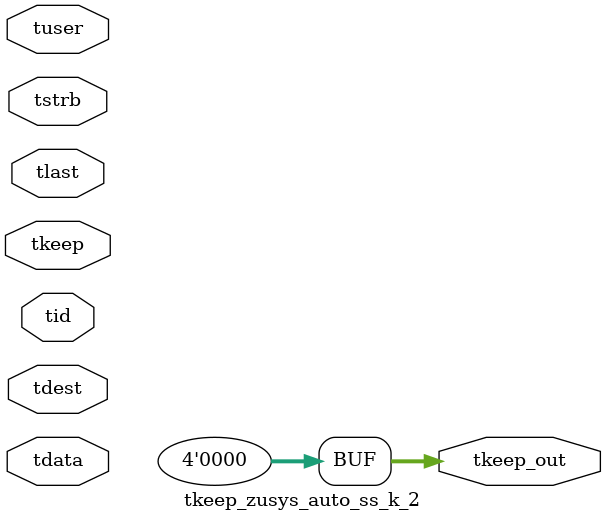
<source format=v>


`timescale 1ps/1ps

module tkeep_zusys_auto_ss_k_2 #
(
parameter C_S_AXIS_TDATA_WIDTH = 32,
parameter C_S_AXIS_TUSER_WIDTH = 0,
parameter C_S_AXIS_TID_WIDTH   = 0,
parameter C_S_AXIS_TDEST_WIDTH = 0,
parameter C_M_AXIS_TDATA_WIDTH = 32
)
(
input  [(C_S_AXIS_TDATA_WIDTH == 0 ? 1 : C_S_AXIS_TDATA_WIDTH)-1:0     ] tdata,
input  [(C_S_AXIS_TUSER_WIDTH == 0 ? 1 : C_S_AXIS_TUSER_WIDTH)-1:0     ] tuser,
input  [(C_S_AXIS_TID_WIDTH   == 0 ? 1 : C_S_AXIS_TID_WIDTH)-1:0       ] tid,
input  [(C_S_AXIS_TDEST_WIDTH == 0 ? 1 : C_S_AXIS_TDEST_WIDTH)-1:0     ] tdest,
input  [(C_S_AXIS_TDATA_WIDTH/8)-1:0 ] tkeep,
input  [(C_S_AXIS_TDATA_WIDTH/8)-1:0 ] tstrb,
input                                                                    tlast,
output [(C_M_AXIS_TDATA_WIDTH/8)-1:0 ] tkeep_out
);

assign tkeep_out = {1'b0};

endmodule


</source>
